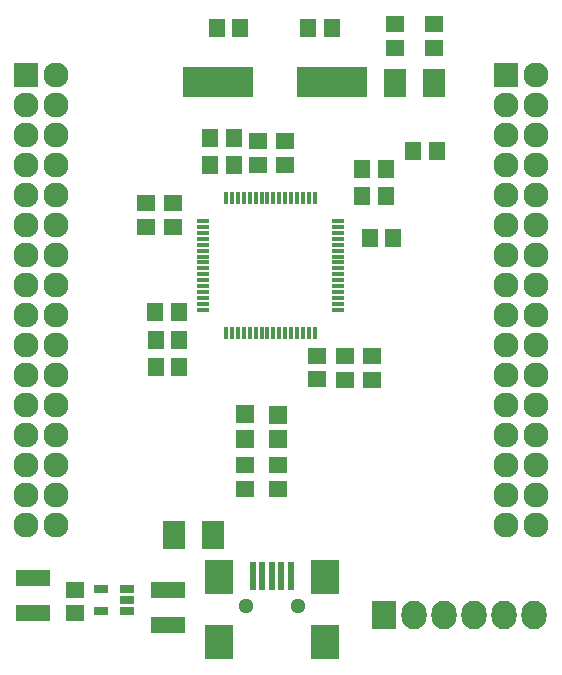
<source format=gbr>
G04 #@! TF.FileFunction,Soldermask,Top*
%FSLAX46Y46*%
G04 Gerber Fmt 4.6, Leading zero omitted, Abs format (unit mm)*
G04 Created by KiCad (PCBNEW 4.0.0-rc1-stable) date 11/15/2015 10:10:44 PM*
%MOMM*%
G01*
G04 APERTURE LIST*
%ADD10C,0.100000*%
%ADD11R,0.351600X1.101600*%
%ADD12R,1.101600X0.351600*%
%ADD13R,1.161600X0.751600*%
%ADD14R,0.601980X2.402840*%
%ADD15R,2.398980X2.899360*%
%ADD16C,1.299160*%
%ADD17R,1.400000X1.650000*%
%ADD18R,1.650000X1.400000*%
%ADD19R,2.900000X1.400000*%
%ADD20R,1.598880X1.598880*%
%ADD21R,1.924000X2.432000*%
%ADD22R,2.127200X2.432000*%
%ADD23O,2.127200X2.432000*%
%ADD24R,2.127200X2.127200*%
%ADD25O,2.127200X2.127200*%
%ADD26R,6.000700X2.500580*%
G04 APERTURE END LIST*
D10*
D11*
X79061000Y-99329000D03*
X78561000Y-99329000D03*
X78061000Y-99329000D03*
X77561000Y-99329000D03*
X77061000Y-99329000D03*
X76561000Y-99329000D03*
X76061000Y-99329000D03*
X75561000Y-99329000D03*
X75061000Y-99329000D03*
X74561000Y-99329000D03*
X74061000Y-99329000D03*
X73561000Y-99329000D03*
X73061000Y-99329000D03*
X72561000Y-99329000D03*
X72061000Y-99329000D03*
X71561000Y-99329000D03*
D12*
X69611000Y-101279000D03*
X69611000Y-101779000D03*
X69611000Y-102279000D03*
X69611000Y-102779000D03*
X69611000Y-103279000D03*
X69611000Y-103779000D03*
X69611000Y-104279000D03*
X69611000Y-104779000D03*
X69611000Y-105279000D03*
X69611000Y-105779000D03*
X69611000Y-106279000D03*
X69611000Y-106779000D03*
X69611000Y-107279000D03*
X69611000Y-107779000D03*
X69611000Y-108279000D03*
X69611000Y-108779000D03*
D11*
X71561000Y-110729000D03*
X72061000Y-110729000D03*
X72561000Y-110729000D03*
X73061000Y-110729000D03*
X73561000Y-110729000D03*
X74061000Y-110729000D03*
X74561000Y-110729000D03*
X75061000Y-110729000D03*
X75561000Y-110729000D03*
X76061000Y-110729000D03*
X76561000Y-110729000D03*
X77061000Y-110729000D03*
X77561000Y-110729000D03*
X78061000Y-110729000D03*
X78561000Y-110729000D03*
X79061000Y-110729000D03*
D12*
X81011000Y-108779000D03*
X81011000Y-108279000D03*
X81011000Y-107779000D03*
X81011000Y-107279000D03*
X81011000Y-106779000D03*
X81011000Y-106279000D03*
X81011000Y-105779000D03*
X81011000Y-105279000D03*
X81011000Y-104779000D03*
X81011000Y-104279000D03*
X81011000Y-103779000D03*
X81011000Y-103279000D03*
X81011000Y-102779000D03*
X81011000Y-102279000D03*
X81011000Y-101779000D03*
X81011000Y-101279000D03*
D13*
X63203000Y-134300000D03*
X63203000Y-133350000D03*
X63203000Y-132400000D03*
X61003000Y-132400000D03*
X61003000Y-134300000D03*
D14*
X73837800Y-131297680D03*
X74637900Y-131297680D03*
X75438000Y-131297680D03*
X76238100Y-131297680D03*
X77038200Y-131297680D03*
D15*
X70987920Y-131396740D03*
X70987920Y-136895840D03*
X79888080Y-131396740D03*
X79888080Y-136895840D03*
D16*
X73238360Y-133896100D03*
X77637640Y-133896100D03*
D17*
X83058000Y-99187000D03*
X85058000Y-99187000D03*
X83058000Y-96901000D03*
X85058000Y-96901000D03*
D18*
X79248000Y-112665000D03*
X79248000Y-114665000D03*
X83874768Y-112689682D03*
X83874768Y-114689682D03*
X81588768Y-112721682D03*
X81588768Y-114721682D03*
D17*
X65564000Y-108966000D03*
X67564000Y-108966000D03*
D18*
X74295000Y-96504000D03*
X74295000Y-94504000D03*
D17*
X67595974Y-113617878D03*
X65595974Y-113617878D03*
X67579974Y-111331878D03*
X65579974Y-111331878D03*
X78518000Y-84963000D03*
X80518000Y-84963000D03*
X72771000Y-84963000D03*
X70771000Y-84963000D03*
D18*
X89154000Y-84598000D03*
X89154000Y-86598000D03*
X85852000Y-84598000D03*
X85852000Y-86598000D03*
X64741952Y-101750538D03*
X64741952Y-99750538D03*
X67027952Y-101750538D03*
X67027952Y-99750538D03*
D17*
X72204875Y-96507365D03*
X70204875Y-96507365D03*
X72204875Y-94221365D03*
X70204875Y-94221365D03*
D19*
X66675000Y-132485000D03*
X66675000Y-135485000D03*
D18*
X58801000Y-134477000D03*
X58801000Y-132477000D03*
D19*
X55245000Y-134469000D03*
X55245000Y-131469000D03*
D20*
X73152000Y-117602000D03*
X73152000Y-119700040D03*
D21*
X67183000Y-127889000D03*
X70485000Y-127889000D03*
D20*
X75946000Y-117662960D03*
X75946000Y-119761000D03*
D22*
X84963000Y-134620000D03*
D23*
X87503000Y-134620000D03*
X90043000Y-134620000D03*
X92583000Y-134620000D03*
X95123000Y-134620000D03*
X97663000Y-134620000D03*
D24*
X54610000Y-88900000D03*
D25*
X57150000Y-88900000D03*
X54610000Y-91440000D03*
X57150000Y-91440000D03*
X54610000Y-93980000D03*
X57150000Y-93980000D03*
X54610000Y-96520000D03*
X57150000Y-96520000D03*
X54610000Y-99060000D03*
X57150000Y-99060000D03*
X54610000Y-101600000D03*
X57150000Y-101600000D03*
X54610000Y-104140000D03*
X57150000Y-104140000D03*
X54610000Y-106680000D03*
X57150000Y-106680000D03*
X54610000Y-109220000D03*
X57150000Y-109220000D03*
X54610000Y-111760000D03*
X57150000Y-111760000D03*
X54610000Y-114300000D03*
X57150000Y-114300000D03*
X54610000Y-116840000D03*
X57150000Y-116840000D03*
X54610000Y-119380000D03*
X57150000Y-119380000D03*
X54610000Y-121920000D03*
X57150000Y-121920000D03*
X54610000Y-124460000D03*
X57150000Y-124460000D03*
X54610000Y-127000000D03*
X57150000Y-127000000D03*
D24*
X95250000Y-88900000D03*
D25*
X97790000Y-88900000D03*
X95250000Y-91440000D03*
X97790000Y-91440000D03*
X95250000Y-93980000D03*
X97790000Y-93980000D03*
X95250000Y-96520000D03*
X97790000Y-96520000D03*
X95250000Y-99060000D03*
X97790000Y-99060000D03*
X95250000Y-101600000D03*
X97790000Y-101600000D03*
X95250000Y-104140000D03*
X97790000Y-104140000D03*
X95250000Y-106680000D03*
X97790000Y-106680000D03*
X95250000Y-109220000D03*
X97790000Y-109220000D03*
X95250000Y-111760000D03*
X97790000Y-111760000D03*
X95250000Y-114300000D03*
X97790000Y-114300000D03*
X95250000Y-116840000D03*
X97790000Y-116840000D03*
X95250000Y-119380000D03*
X97790000Y-119380000D03*
X95250000Y-121920000D03*
X97790000Y-121920000D03*
X95250000Y-124460000D03*
X97790000Y-124460000D03*
X95250000Y-127000000D03*
X97790000Y-127000000D03*
D26*
X70843140Y-89535000D03*
X80540860Y-89535000D03*
D21*
X89190869Y-89554317D03*
X85888869Y-89554317D03*
D17*
X87392000Y-95377000D03*
X89392000Y-95377000D03*
D18*
X76581000Y-94504000D03*
X76581000Y-96504000D03*
D17*
X83709000Y-102743000D03*
X85709000Y-102743000D03*
D18*
X73152000Y-121936000D03*
X73152000Y-123936000D03*
X75946000Y-121936000D03*
X75946000Y-123936000D03*
M02*

</source>
